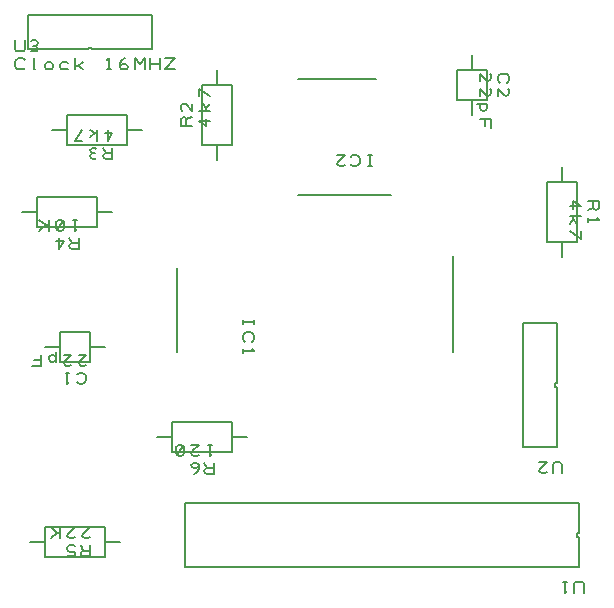
<source format=gbr>
G04 DesignSpark PCB Gerber Version 11.0 Build 5877*
G04 #@! TF.Part,Single*
G04 #@! TF.FileFunction,Legend,Top*
G04 #@! TF.FilePolarity,Positive*
%FSLAX35Y35*%
%MOIN*%
%ADD24C,0.00500*%
%ADD25C,0.00787*%
G04 #@! TD.AperFunction*
X0Y0D02*
D02*
D24*
X18254Y185741D02*
Y182928D01*
X18566Y182303D01*
X19191Y181991D01*
X20441D01*
X21066Y182303D01*
X21379Y182928D01*
Y185741D01*
X23566Y182303D02*
X24191Y181991D01*
X24816D01*
X25441Y182303D01*
X25754Y182928D01*
X25441Y183553D01*
X24816Y183866D01*
X24191D01*
X24816D02*
X25441Y184178D01*
X25754Y184803D01*
X25441Y185428D01*
X24816Y185741D01*
X24191D01*
X23566Y185428D01*
X21379Y176616D02*
X21066Y176303D01*
X20441Y175991D01*
X19504D01*
X18879Y176303D01*
X18566Y176616D01*
X18254Y177241D01*
Y178491D01*
X18566Y179116D01*
X18879Y179428D01*
X19504Y179741D01*
X20441D01*
X21066Y179428D01*
X21379Y179116D01*
X24816Y175991D02*
X24504D01*
Y179741D01*
X28254Y176928D02*
X28566Y176303D01*
X29191Y175991D01*
X29816D01*
X30441Y176303D01*
X30754Y176928D01*
Y177553D01*
X30441Y178178D01*
X29816Y178491D01*
X29191D01*
X28566Y178178D01*
X28254Y177553D01*
Y176928D01*
X35754Y178178D02*
X35129Y178491D01*
X34191D01*
X33566Y178178D01*
X33254Y177553D01*
Y176928D01*
X33566Y176303D01*
X34191Y175991D01*
X35129D01*
X35754Y176303D01*
X38254Y175991D02*
Y179741D01*
Y177241D02*
X39191D01*
X40754Y178491D01*
X39191Y177241D02*
X40754Y175991D01*
X48879D02*
X50129D01*
X49504D02*
Y179741D01*
X48879Y179116D01*
X53254Y176928D02*
X53566Y177553D01*
X54191Y177866D01*
X54816D01*
X55441Y177553D01*
X55754Y176928D01*
X55441Y176303D01*
X54816Y175991D01*
X54191D01*
X53566Y176303D01*
X53254Y176928D01*
Y177866D01*
X53566Y178803D01*
X54191Y179428D01*
X54816Y179741D01*
X58254Y175991D02*
Y179741D01*
X59816Y177866D01*
X61379Y179741D01*
Y175991D01*
X63254D02*
Y179741D01*
Y177866D02*
X66379D01*
Y175991D02*
Y179741D01*
X68254D02*
X71379D01*
X68254Y175991D01*
X71379D01*
X22391Y182691D02*
Y194108D01*
X63809D01*
Y182691D01*
X43725D01*
Y183316D01*
X42475D01*
Y182691D01*
X22391D01*
X25600Y128400D02*
X20600D01*
X28100Y18400D02*
X23100D01*
X33100Y83400D02*
X28100D01*
X35600Y155900D02*
X30600D01*
X39350Y119962D02*
Y116212D01*
X37163D01*
X36537Y116524D01*
X36225Y117150D01*
X36537Y117774D01*
X37163Y118087D01*
X39350D01*
X37163D02*
X36225Y119962D01*
X32787D02*
Y116212D01*
X34350Y118712D01*
X31850D01*
X38725Y125962D02*
X37475D01*
X38100D02*
Y122212D01*
X38725Y122837D01*
X34037Y125650D02*
X33413Y125962D01*
X32787D01*
X32163Y125650D01*
X31850Y125024D01*
Y123150D01*
X32163Y122524D01*
X32787Y122212D01*
X33413D01*
X34037Y122524D01*
X34350Y123150D01*
Y125024D01*
X34037Y125650D01*
X32163Y122524D01*
X29350Y125962D02*
Y122212D01*
Y124087D02*
X28413D01*
X26225Y122212D01*
X28413Y124087D02*
X26225Y125962D01*
X38725Y74337D02*
X39037Y74650D01*
X39663Y74962D01*
X40600D01*
X41225Y74650D01*
X41537Y74337D01*
X41850Y73712D01*
Y72462D01*
X41537Y71837D01*
X41225Y71524D01*
X40600Y71212D01*
X39663D01*
X39037Y71524D01*
X38725Y71837D01*
X36225Y74962D02*
X34975D01*
X35600D02*
Y71212D01*
X36225Y71837D01*
X39350Y80962D02*
X41850D01*
X39663Y78774D01*
X39350Y78150D01*
X39663Y77524D01*
X40287Y77212D01*
X41225D01*
X41850Y77524D01*
X34350Y80962D02*
X36850D01*
X34663Y78774D01*
X34350Y78150D01*
X34663Y77524D01*
X35287Y77212D01*
X36225D01*
X36850Y77524D01*
X31850Y78462D02*
Y81900D01*
Y80024D02*
X31537Y80650D01*
X30913Y80962D01*
X30287D01*
X29663Y80650D01*
X29350Y80024D01*
Y79400D01*
X29663Y78774D01*
X30287Y78462D01*
X30913D01*
X31537Y78774D01*
X31850Y79400D01*
Y80024D01*
X26850Y80962D02*
Y77212D01*
X23725D01*
X24350Y79087D02*
X26850D01*
X43100Y17462D02*
Y13712D01*
X40913D01*
X40287Y14024D01*
X39975Y14650D01*
X40287Y15274D01*
X40913Y15587D01*
X43100D01*
X40913D02*
X39975Y17462D01*
X38100Y17150D02*
X37475Y17462D01*
X36537D01*
X35913Y17150D01*
X35600Y16524D01*
Y16212D01*
X35913Y15587D01*
X36537Y15274D01*
X38100D01*
Y13712D01*
X35600D01*
X40600Y23462D02*
X43100D01*
X40913Y21274D01*
X40600Y20650D01*
X40913Y20024D01*
X41537Y19712D01*
X42475D01*
X43100Y20024D01*
X35600Y23462D02*
X38100D01*
X35913Y21274D01*
X35600Y20650D01*
X35913Y20024D01*
X36537Y19712D01*
X37475D01*
X38100Y20024D01*
X33100Y23462D02*
Y19712D01*
Y21587D02*
X32163D01*
X29975Y19712D01*
X32163Y21587D02*
X29975Y23462D01*
X43100Y88400D02*
Y78400D01*
X33100D01*
Y88400D01*
X43100D01*
X45600Y133400D02*
Y123400D01*
X25600D01*
Y133400D01*
X45600D01*
X48100Y23400D02*
Y13400D01*
X28100D01*
Y23400D01*
X48100D01*
Y83400D02*
X43100D01*
X50600Y128400D02*
X45600D01*
X50600Y149962D02*
Y146212D01*
X48413D01*
X47787Y146524D01*
X47475Y147150D01*
X47787Y147774D01*
X48413Y148087D01*
X50600D01*
X48413D02*
X47475Y149962D01*
X45287Y149650D02*
X44663Y149962D01*
X44037D01*
X43413Y149650D01*
X43100Y149024D01*
X43413Y148400D01*
X44037Y148087D01*
X44663D01*
X44037D02*
X43413Y147774D01*
X43100Y147150D01*
X43413Y146524D01*
X44037Y146212D01*
X44663D01*
X45287Y146524D01*
X49037Y155962D02*
Y152212D01*
X50600Y154712D01*
X48100D01*
X45600Y155962D02*
Y152212D01*
Y154712D02*
X44663D01*
X43100Y153462D01*
X44663Y154712D02*
X43100Y155962D01*
X40600D02*
X38100Y152212D01*
X40600D01*
X53100Y18400D02*
X48100D01*
X55600Y160900D02*
Y150900D01*
X35600D01*
Y160900D01*
X55600D01*
X60600Y155900D02*
X55600D01*
X70600Y53400D02*
X65600D01*
X77163Y157150D02*
X73413D01*
Y159337D01*
X73725Y159962D01*
X74350Y160275D01*
X74975Y159962D01*
X75287Y159337D01*
Y157150D01*
Y159337D02*
X77163Y160275D01*
Y164650D02*
Y162150D01*
X74975Y164337D01*
X74350Y164650D01*
X73725Y164337D01*
X73413Y163712D01*
Y162775D01*
X73725Y162150D01*
X83163Y158712D02*
X79413D01*
X81913Y157150D01*
Y159650D01*
X83163Y162150D02*
X79413D01*
X81913D02*
Y163087D01*
X80663Y164650D01*
X81913Y163087D02*
X83163Y164650D01*
Y167150D02*
X79413Y169650D01*
Y167150D01*
X84350Y44962D02*
Y41212D01*
X82163D01*
X81537Y41524D01*
X81225Y42150D01*
X81537Y42774D01*
X82163Y43087D01*
X84350D01*
X82163D02*
X81225Y44962D01*
X79350Y44024D02*
X79037Y43400D01*
X78413Y43087D01*
X77787D01*
X77163Y43400D01*
X76850Y44024D01*
X77163Y44650D01*
X77787Y44962D01*
X78413D01*
X79037Y44650D01*
X79350Y44024D01*
Y43087D01*
X79037Y42150D01*
X78413Y41524D01*
X77787Y41212D01*
X83725Y50962D02*
X82475D01*
X83100D02*
Y47212D01*
X83725Y47837D01*
X76850Y50962D02*
X79350D01*
X77163Y48774D01*
X76850Y48150D01*
X77163Y47524D01*
X77787Y47212D01*
X78725D01*
X79350Y47524D01*
X74037Y50650D02*
X73413Y50962D01*
X72787D01*
X72163Y50650D01*
X71850Y50024D01*
Y48150D01*
X72163Y47524D01*
X72787Y47212D01*
X73413D01*
X74037Y47524D01*
X74350Y48150D01*
Y50024D01*
X74037Y50650D01*
X72163Y47524D01*
X85600Y145900D02*
Y150900D01*
Y170900D02*
Y175900D01*
X90600Y58400D02*
Y48400D01*
X70600D01*
Y58400D01*
X90600D01*
Y150900D02*
X80600D01*
Y170900D01*
X90600D01*
Y150900D01*
X94037Y92462D02*
Y91212D01*
Y91837D02*
X97787D01*
Y92462D02*
Y91212D01*
X94663Y85274D02*
X94350Y85587D01*
X94037Y86212D01*
Y87150D01*
X94350Y87774D01*
X94663Y88087D01*
X95287Y88400D01*
X96537D01*
X97163Y88087D01*
X97475Y87774D01*
X97787Y87150D01*
Y86212D01*
X97475Y85587D01*
X97163Y85274D01*
X94037Y82774D02*
Y81524D01*
Y82150D02*
X97787D01*
X97163Y82774D01*
X95600Y53400D02*
X90600D01*
X137163Y147462D02*
X135913D01*
X136537D02*
Y143712D01*
X137163D02*
X135913D01*
X129975Y146837D02*
X130287Y147150D01*
X130913Y147462D01*
X131850D01*
X132475Y147150D01*
X132787Y146837D01*
X133100Y146212D01*
Y144962D01*
X132787Y144337D01*
X132475Y144024D01*
X131850Y143712D01*
X130913D01*
X130287Y144024D01*
X129975Y144337D01*
X125600Y147462D02*
X128100D01*
X125913Y145274D01*
X125600Y144650D01*
X125913Y144024D01*
X126537Y143712D01*
X127475D01*
X128100Y144024D01*
X165600Y175900D02*
X175600D01*
Y165900D01*
X165600D01*
Y175900D01*
X170600Y165900D02*
Y160900D01*
Y180900D02*
Y175900D01*
X179663Y171524D02*
X179350Y171837D01*
X179037Y172462D01*
Y173400D01*
X179350Y174024D01*
X179663Y174337D01*
X180287Y174650D01*
X181537D01*
X182163Y174337D01*
X182475Y174024D01*
X182787Y173400D01*
Y172462D01*
X182475Y171837D01*
X182163Y171524D01*
X179037Y167150D02*
Y169650D01*
X181225Y167462D01*
X181850Y167150D01*
X182475Y167462D01*
X182787Y168087D01*
Y169024D01*
X182475Y169650D01*
X173037Y172150D02*
Y174650D01*
X175225Y172462D01*
X175850Y172150D01*
X176475Y172462D01*
X176787Y173087D01*
Y174024D01*
X176475Y174650D01*
X173037Y167150D02*
Y169650D01*
X175225Y167462D01*
X175850Y167150D01*
X176475Y167462D01*
X176787Y168087D01*
Y169024D01*
X176475Y169650D01*
X175537Y164650D02*
X172100D01*
X173975D02*
X173350Y164337D01*
X173037Y163712D01*
Y163087D01*
X173350Y162462D01*
X173975Y162150D01*
X174600D01*
X175225Y162462D01*
X175537Y163087D01*
Y163712D01*
X175225Y164337D01*
X174600Y164650D01*
X173975D01*
X173037Y159650D02*
X176787D01*
Y156524D01*
X174913Y157150D02*
Y159650D01*
X195600Y138400D02*
X205600D01*
Y118400D01*
X195600D01*
Y138400D01*
X198809Y50191D02*
X187391D01*
Y91608D01*
X198809D01*
Y71524D01*
X198184D01*
Y70274D01*
X198809D01*
Y50191D01*
X200446Y41366D02*
Y44178D01*
X200134Y44803D01*
X199509Y45116D01*
X198259D01*
X197634Y44803D01*
X197321Y44178D01*
Y41366D01*
X192946Y45116D02*
X195446D01*
X193259Y42928D01*
X192946Y42303D01*
X193259Y41678D01*
X193884Y41366D01*
X194821D01*
X195446Y41678D01*
X200600Y118400D02*
Y113400D01*
Y143400D02*
Y138400D01*
X206250Y10250D02*
X74950D01*
Y31549D01*
X206250D01*
Y21524D01*
X205625D01*
Y20274D01*
X206250D01*
Y10250D01*
X207750Y1563D02*
Y4375D01*
X207437Y5000D01*
X206812Y5313D01*
X205562D01*
X204937Y5000D01*
X204624Y4375D01*
Y1563D01*
X202124Y5313D02*
X200874D01*
X201500D02*
Y1563D01*
X202124Y2187D01*
X209037Y132150D02*
X212787D01*
Y129962D01*
X212475Y129337D01*
X211850Y129024D01*
X211225Y129337D01*
X210913Y129962D01*
Y132150D01*
Y129962D02*
X209037Y129024D01*
Y126524D02*
Y125274D01*
Y125900D02*
X212787D01*
X212163Y126524D01*
X203037Y130587D02*
X206787D01*
X204287Y132150D01*
Y129650D01*
X203037Y127150D02*
X206787D01*
X204287D02*
Y126212D01*
X205537Y124650D01*
X204287Y126212D02*
X203037Y124650D01*
Y122150D02*
X206787Y119650D01*
Y122150D01*
D02*
D25*
X72100Y109900D02*
Y81900D01*
X138592Y172652D02*
X112608D01*
X143513Y134148D02*
X112608D01*
X164100Y113805D02*
Y81900D01*
X0Y0D02*
M02*

</source>
